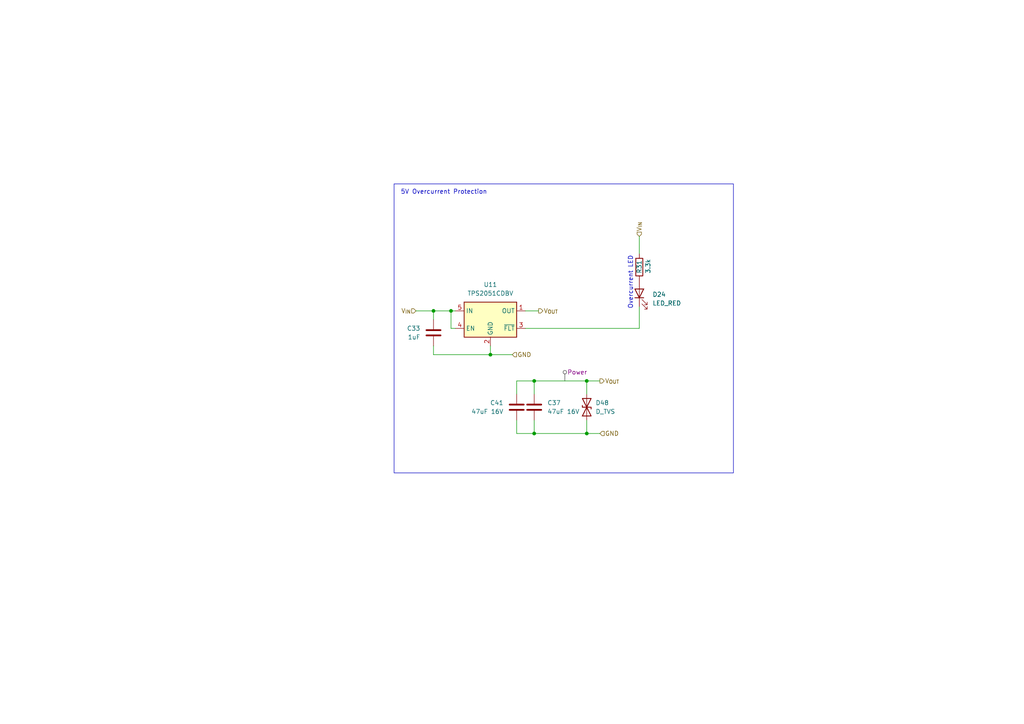
<source format=kicad_sch>
(kicad_sch
	(version 20250114)
	(generator "eeschema")
	(generator_version "9.0")
	(uuid "07f1d3cb-aa3c-47b1-990b-7454e6d52c80")
	(paper "A4")
	(title_block
		(title "BMS Comms Master Board")
		(date "2025-05-21")
		(rev "0.1")
		(company "eChook")
	)
	(lib_symbols
		(symbol "Device:C"
			(pin_numbers
				(hide yes)
			)
			(pin_names
				(offset 0.254)
			)
			(exclude_from_sim no)
			(in_bom yes)
			(on_board yes)
			(property "Reference" "C"
				(at 0.635 2.54 0)
				(effects
					(font
						(size 1.27 1.27)
					)
					(justify left)
				)
			)
			(property "Value" "C"
				(at 0.635 -2.54 0)
				(effects
					(font
						(size 1.27 1.27)
					)
					(justify left)
				)
			)
			(property "Footprint" ""
				(at 0.9652 -3.81 0)
				(effects
					(font
						(size 1.27 1.27)
					)
					(hide yes)
				)
			)
			(property "Datasheet" "~"
				(at 0 0 0)
				(effects
					(font
						(size 1.27 1.27)
					)
					(hide yes)
				)
			)
			(property "Description" "Unpolarized capacitor"
				(at 0 0 0)
				(effects
					(font
						(size 1.27 1.27)
					)
					(hide yes)
				)
			)
			(property "ki_keywords" "cap capacitor"
				(at 0 0 0)
				(effects
					(font
						(size 1.27 1.27)
					)
					(hide yes)
				)
			)
			(property "ki_fp_filters" "C_*"
				(at 0 0 0)
				(effects
					(font
						(size 1.27 1.27)
					)
					(hide yes)
				)
			)
			(symbol "C_0_1"
				(polyline
					(pts
						(xy -2.032 0.762) (xy 2.032 0.762)
					)
					(stroke
						(width 0.508)
						(type default)
					)
					(fill
						(type none)
					)
				)
				(polyline
					(pts
						(xy -2.032 -0.762) (xy 2.032 -0.762)
					)
					(stroke
						(width 0.508)
						(type default)
					)
					(fill
						(type none)
					)
				)
			)
			(symbol "C_1_1"
				(pin passive line
					(at 0 3.81 270)
					(length 2.794)
					(name "~"
						(effects
							(font
								(size 1.27 1.27)
							)
						)
					)
					(number "1"
						(effects
							(font
								(size 1.27 1.27)
							)
						)
					)
				)
				(pin passive line
					(at 0 -3.81 90)
					(length 2.794)
					(name "~"
						(effects
							(font
								(size 1.27 1.27)
							)
						)
					)
					(number "2"
						(effects
							(font
								(size 1.27 1.27)
							)
						)
					)
				)
			)
			(embedded_fonts no)
		)
		(symbol "Device:D_TVS"
			(pin_numbers
				(hide yes)
			)
			(pin_names
				(offset 1.016)
				(hide yes)
			)
			(exclude_from_sim no)
			(in_bom yes)
			(on_board yes)
			(property "Reference" "D"
				(at 0 2.54 0)
				(effects
					(font
						(size 1.27 1.27)
					)
				)
			)
			(property "Value" "D_TVS"
				(at 0 -2.54 0)
				(effects
					(font
						(size 1.27 1.27)
					)
				)
			)
			(property "Footprint" ""
				(at 0 0 0)
				(effects
					(font
						(size 1.27 1.27)
					)
					(hide yes)
				)
			)
			(property "Datasheet" "~"
				(at 0 0 0)
				(effects
					(font
						(size 1.27 1.27)
					)
					(hide yes)
				)
			)
			(property "Description" "Bidirectional transient-voltage-suppression diode"
				(at 0 0 0)
				(effects
					(font
						(size 1.27 1.27)
					)
					(hide yes)
				)
			)
			(property "ki_keywords" "diode TVS thyrector"
				(at 0 0 0)
				(effects
					(font
						(size 1.27 1.27)
					)
					(hide yes)
				)
			)
			(property "ki_fp_filters" "TO-???* *_Diode_* *SingleDiode* D_*"
				(at 0 0 0)
				(effects
					(font
						(size 1.27 1.27)
					)
					(hide yes)
				)
			)
			(symbol "D_TVS_0_1"
				(polyline
					(pts
						(xy -2.54 1.27) (xy -2.54 -1.27) (xy 2.54 1.27) (xy 2.54 -1.27) (xy -2.54 1.27)
					)
					(stroke
						(width 0.254)
						(type default)
					)
					(fill
						(type none)
					)
				)
				(polyline
					(pts
						(xy 0.508 1.27) (xy 0 1.27) (xy 0 -1.27) (xy -0.508 -1.27)
					)
					(stroke
						(width 0.254)
						(type default)
					)
					(fill
						(type none)
					)
				)
				(polyline
					(pts
						(xy 1.27 0) (xy -1.27 0)
					)
					(stroke
						(width 0)
						(type default)
					)
					(fill
						(type none)
					)
				)
			)
			(symbol "D_TVS_1_1"
				(pin passive line
					(at -3.81 0 0)
					(length 2.54)
					(name "A1"
						(effects
							(font
								(size 1.27 1.27)
							)
						)
					)
					(number "1"
						(effects
							(font
								(size 1.27 1.27)
							)
						)
					)
				)
				(pin passive line
					(at 3.81 0 180)
					(length 2.54)
					(name "A2"
						(effects
							(font
								(size 1.27 1.27)
							)
						)
					)
					(number "2"
						(effects
							(font
								(size 1.27 1.27)
							)
						)
					)
				)
			)
			(embedded_fonts no)
		)
		(symbol "Device:LED"
			(pin_numbers
				(hide yes)
			)
			(pin_names
				(offset 1.016)
				(hide yes)
			)
			(exclude_from_sim no)
			(in_bom yes)
			(on_board yes)
			(property "Reference" "D"
				(at 0 2.54 0)
				(effects
					(font
						(size 1.27 1.27)
					)
				)
			)
			(property "Value" "LED"
				(at 0 -2.54 0)
				(effects
					(font
						(size 1.27 1.27)
					)
				)
			)
			(property "Footprint" ""
				(at 0 0 0)
				(effects
					(font
						(size 1.27 1.27)
					)
					(hide yes)
				)
			)
			(property "Datasheet" "~"
				(at 0 0 0)
				(effects
					(font
						(size 1.27 1.27)
					)
					(hide yes)
				)
			)
			(property "Description" "Light emitting diode"
				(at 0 0 0)
				(effects
					(font
						(size 1.27 1.27)
					)
					(hide yes)
				)
			)
			(property "ki_keywords" "LED diode"
				(at 0 0 0)
				(effects
					(font
						(size 1.27 1.27)
					)
					(hide yes)
				)
			)
			(property "ki_fp_filters" "LED* LED_SMD:* LED_THT:*"
				(at 0 0 0)
				(effects
					(font
						(size 1.27 1.27)
					)
					(hide yes)
				)
			)
			(symbol "LED_0_1"
				(polyline
					(pts
						(xy -3.048 -0.762) (xy -4.572 -2.286) (xy -3.81 -2.286) (xy -4.572 -2.286) (xy -4.572 -1.524)
					)
					(stroke
						(width 0)
						(type default)
					)
					(fill
						(type none)
					)
				)
				(polyline
					(pts
						(xy -1.778 -0.762) (xy -3.302 -2.286) (xy -2.54 -2.286) (xy -3.302 -2.286) (xy -3.302 -1.524)
					)
					(stroke
						(width 0)
						(type default)
					)
					(fill
						(type none)
					)
				)
				(polyline
					(pts
						(xy -1.27 0) (xy 1.27 0)
					)
					(stroke
						(width 0)
						(type default)
					)
					(fill
						(type none)
					)
				)
				(polyline
					(pts
						(xy -1.27 -1.27) (xy -1.27 1.27)
					)
					(stroke
						(width 0.254)
						(type default)
					)
					(fill
						(type none)
					)
				)
				(polyline
					(pts
						(xy 1.27 -1.27) (xy 1.27 1.27) (xy -1.27 0) (xy 1.27 -1.27)
					)
					(stroke
						(width 0.254)
						(type default)
					)
					(fill
						(type none)
					)
				)
			)
			(symbol "LED_1_1"
				(pin passive line
					(at -3.81 0 0)
					(length 2.54)
					(name "K"
						(effects
							(font
								(size 1.27 1.27)
							)
						)
					)
					(number "1"
						(effects
							(font
								(size 1.27 1.27)
							)
						)
					)
				)
				(pin passive line
					(at 3.81 0 180)
					(length 2.54)
					(name "A"
						(effects
							(font
								(size 1.27 1.27)
							)
						)
					)
					(number "2"
						(effects
							(font
								(size 1.27 1.27)
							)
						)
					)
				)
			)
			(embedded_fonts no)
		)
		(symbol "Device:R"
			(pin_numbers
				(hide yes)
			)
			(pin_names
				(offset 0)
			)
			(exclude_from_sim no)
			(in_bom yes)
			(on_board yes)
			(property "Reference" "R"
				(at 2.032 0 90)
				(effects
					(font
						(size 1.27 1.27)
					)
				)
			)
			(property "Value" "R"
				(at 0 0 90)
				(effects
					(font
						(size 1.27 1.27)
					)
				)
			)
			(property "Footprint" ""
				(at -1.778 0 90)
				(effects
					(font
						(size 1.27 1.27)
					)
					(hide yes)
				)
			)
			(property "Datasheet" "~"
				(at 0 0 0)
				(effects
					(font
						(size 1.27 1.27)
					)
					(hide yes)
				)
			)
			(property "Description" "Resistor"
				(at 0 0 0)
				(effects
					(font
						(size 1.27 1.27)
					)
					(hide yes)
				)
			)
			(property "ki_keywords" "R res resistor"
				(at 0 0 0)
				(effects
					(font
						(size 1.27 1.27)
					)
					(hide yes)
				)
			)
			(property "ki_fp_filters" "R_*"
				(at 0 0 0)
				(effects
					(font
						(size 1.27 1.27)
					)
					(hide yes)
				)
			)
			(symbol "R_0_1"
				(rectangle
					(start -1.016 -2.54)
					(end 1.016 2.54)
					(stroke
						(width 0.254)
						(type default)
					)
					(fill
						(type none)
					)
				)
			)
			(symbol "R_1_1"
				(pin passive line
					(at 0 3.81 270)
					(length 1.27)
					(name "~"
						(effects
							(font
								(size 1.27 1.27)
							)
						)
					)
					(number "1"
						(effects
							(font
								(size 1.27 1.27)
							)
						)
					)
				)
				(pin passive line
					(at 0 -3.81 90)
					(length 1.27)
					(name "~"
						(effects
							(font
								(size 1.27 1.27)
							)
						)
					)
					(number "2"
						(effects
							(font
								(size 1.27 1.27)
							)
						)
					)
				)
			)
			(embedded_fonts no)
		)
		(symbol "Power_Management:TPS2051CDBV"
			(exclude_from_sim no)
			(in_bom yes)
			(on_board yes)
			(property "Reference" "U"
				(at -7.62 -6.35 0)
				(effects
					(font
						(size 1.27 1.27)
					)
					(justify left)
				)
			)
			(property "Value" "TPS2051CDBV"
				(at -7.62 6.35 0)
				(effects
					(font
						(size 1.27 1.27)
					)
					(justify left)
				)
			)
			(property "Footprint" "Package_TO_SOT_SMD:SOT-23-5"
				(at 1.27 -7.62 0)
				(effects
					(font
						(size 1.27 1.27)
					)
					(justify left)
					(hide yes)
				)
			)
			(property "Datasheet" "https://www.ti.com/lit/ds/symlink/tps2051c.pdf"
				(at 1.27 -10.16 0)
				(effects
					(font
						(size 1.27 1.27)
					)
					(justify left)
					(hide yes)
				)
			)
			(property "Description" "0.5A Current limited power switch, single channel, output discharge, reverse blocking, SOT-23-5"
				(at 0 0 0)
				(effects
					(font
						(size 1.27 1.27)
					)
					(hide yes)
				)
			)
			(property "ki_keywords" "Limit USB Active High"
				(at 0 0 0)
				(effects
					(font
						(size 1.27 1.27)
					)
					(hide yes)
				)
			)
			(property "ki_fp_filters" "SOT?23*"
				(at 0 0 0)
				(effects
					(font
						(size 1.27 1.27)
					)
					(hide yes)
				)
			)
			(symbol "TPS2051CDBV_0_1"
				(rectangle
					(start -7.62 5.08)
					(end 7.62 -5.08)
					(stroke
						(width 0.254)
						(type default)
					)
					(fill
						(type background)
					)
				)
			)
			(symbol "TPS2051CDBV_1_1"
				(pin power_in line
					(at -10.16 2.54 0)
					(length 2.54)
					(name "IN"
						(effects
							(font
								(size 1.27 1.27)
							)
						)
					)
					(number "5"
						(effects
							(font
								(size 1.27 1.27)
							)
						)
					)
				)
				(pin input line
					(at -10.16 -2.54 0)
					(length 2.54)
					(name "EN"
						(effects
							(font
								(size 1.27 1.27)
							)
						)
					)
					(number "4"
						(effects
							(font
								(size 1.27 1.27)
							)
						)
					)
				)
				(pin power_in line
					(at 0 -7.62 90)
					(length 2.54)
					(name "GND"
						(effects
							(font
								(size 1.27 1.27)
							)
						)
					)
					(number "2"
						(effects
							(font
								(size 1.27 1.27)
							)
						)
					)
				)
				(pin power_out line
					(at 10.16 2.54 180)
					(length 2.54)
					(name "OUT"
						(effects
							(font
								(size 1.27 1.27)
							)
						)
					)
					(number "1"
						(effects
							(font
								(size 1.27 1.27)
							)
						)
					)
				)
				(pin open_collector line
					(at 10.16 -2.54 180)
					(length 2.54)
					(name "~{FLT}"
						(effects
							(font
								(size 1.27 1.27)
							)
						)
					)
					(number "3"
						(effects
							(font
								(size 1.27 1.27)
							)
						)
					)
				)
			)
			(embedded_fonts no)
		)
	)
	(rectangle
		(start 114.3 53.34)
		(end 212.725 137.16)
		(stroke
			(width 0)
			(type default)
		)
		(fill
			(type none)
		)
		(uuid 247b3df1-0efd-4b0c-906d-efda9bbe47d1)
	)
	(text "Overcurrent LED"
		(exclude_from_sim no)
		(at 183.642 74.168 90)
		(effects
			(font
				(size 1.27 1.27)
			)
			(justify right bottom)
		)
		(uuid "45e06a3e-d4e1-4bca-bd99-9067657b0e6d")
	)
	(text "5V Overcurrent Protection"
		(exclude_from_sim no)
		(at 116.205 56.515 0)
		(effects
			(font
				(size 1.27 1.27)
			)
			(justify left bottom)
		)
		(uuid "668ad9a4-e117-4702-b8fa-5a1287aa2441")
	)
	(junction
		(at 170.18 125.73)
		(diameter 0)
		(color 0 0 0 0)
		(uuid "591a9065-1cd6-483c-8089-373931c1af55")
	)
	(junction
		(at 154.94 125.73)
		(diameter 0)
		(color 0 0 0 0)
		(uuid "8f0bac72-bfa5-4428-a600-965c0f7f2480")
	)
	(junction
		(at 170.18 110.49)
		(diameter 0)
		(color 0 0 0 0)
		(uuid "e4a7c66e-240d-4664-a9a1-47f2a531c3e6")
	)
	(junction
		(at 125.73 90.17)
		(diameter 0)
		(color 0 0 0 0)
		(uuid "e6573897-2664-4ef1-900f-fcdc9c239c80")
	)
	(junction
		(at 130.81 90.17)
		(diameter 0)
		(color 0 0 0 0)
		(uuid "fb81778d-68f4-4901-a14f-d27ad6065ec8")
	)
	(junction
		(at 142.24 102.87)
		(diameter 0)
		(color 0 0 0 0)
		(uuid "fe0f615a-961d-42c9-95df-b0f75f6a9cbc")
	)
	(junction
		(at 154.94 110.49)
		(diameter 0)
		(color 0 0 0 0)
		(uuid "fe6ea1a5-de8a-4a75-a0c0-7b4a239a68cb")
	)
	(wire
		(pts
			(xy 120.65 90.17) (xy 125.73 90.17)
		)
		(stroke
			(width 0)
			(type default)
		)
		(uuid "073f1954-08b9-4cec-8cc0-15a20b4c3868")
	)
	(wire
		(pts
			(xy 149.86 121.92) (xy 149.86 125.73)
		)
		(stroke
			(width 0)
			(type default)
		)
		(uuid "0ff5748f-b2be-4321-b32a-5d8a8b4040f9")
	)
	(wire
		(pts
			(xy 125.73 102.87) (xy 142.24 102.87)
		)
		(stroke
			(width 0)
			(type default)
		)
		(uuid "153c27bf-e04d-4a9c-aa0a-818e75ba18f5")
	)
	(wire
		(pts
			(xy 142.24 100.33) (xy 142.24 102.87)
		)
		(stroke
			(width 0)
			(type default)
		)
		(uuid "1b1e1dea-afff-4743-bad6-9c52f176fd7a")
	)
	(wire
		(pts
			(xy 125.73 90.17) (xy 130.81 90.17)
		)
		(stroke
			(width 0)
			(type default)
		)
		(uuid "1ea1c607-0ddf-4f56-9e27-f4ca32de3909")
	)
	(wire
		(pts
			(xy 170.18 125.73) (xy 170.18 121.92)
		)
		(stroke
			(width 0)
			(type default)
		)
		(uuid "2d00ebe4-d205-413e-89d9-e3d5ae822769")
	)
	(wire
		(pts
			(xy 185.42 68.58) (xy 185.42 73.66)
		)
		(stroke
			(width 0)
			(type default)
		)
		(uuid "39dade71-a0fd-471d-976b-5f9d035b082a")
	)
	(wire
		(pts
			(xy 130.81 95.25) (xy 132.08 95.25)
		)
		(stroke
			(width 0)
			(type default)
		)
		(uuid "3bb580c7-80c8-435f-9ca4-c7b60b7099c4")
	)
	(wire
		(pts
			(xy 173.99 125.73) (xy 170.18 125.73)
		)
		(stroke
			(width 0)
			(type default)
		)
		(uuid "40661f39-4f1a-4d90-8cf9-9277bdad907e")
	)
	(wire
		(pts
			(xy 125.73 90.17) (xy 125.73 92.71)
		)
		(stroke
			(width 0)
			(type default)
		)
		(uuid "45aa57cc-2414-4a57-a55b-7fb84cfaad32")
	)
	(wire
		(pts
			(xy 173.99 110.49) (xy 170.18 110.49)
		)
		(stroke
			(width 0)
			(type default)
		)
		(uuid "51dfc06c-5946-4453-8189-0e85ef7675a6")
	)
	(wire
		(pts
			(xy 154.94 110.49) (xy 170.18 110.49)
		)
		(stroke
			(width 0)
			(type default)
		)
		(uuid "63b981af-121b-4ee9-a1d8-8d5ece60a0c7")
	)
	(wire
		(pts
			(xy 142.24 102.87) (xy 148.59 102.87)
		)
		(stroke
			(width 0)
			(type default)
		)
		(uuid "64bdc56c-fb26-4afd-a05c-4434b3ac4df2")
	)
	(wire
		(pts
			(xy 149.86 114.3) (xy 149.86 110.49)
		)
		(stroke
			(width 0)
			(type default)
		)
		(uuid "8803a43e-a281-4246-b820-03640d1bb21f")
	)
	(wire
		(pts
			(xy 152.4 90.17) (xy 156.21 90.17)
		)
		(stroke
			(width 0)
			(type default)
		)
		(uuid "91a4f1a5-e520-4b95-ac1d-986b0c89b5c2")
	)
	(wire
		(pts
			(xy 170.18 110.49) (xy 170.18 114.3)
		)
		(stroke
			(width 0)
			(type default)
		)
		(uuid "a86d137d-bf26-4e26-89fd-ca598b820d3e")
	)
	(wire
		(pts
			(xy 132.08 90.17) (xy 130.81 90.17)
		)
		(stroke
			(width 0)
			(type default)
		)
		(uuid "aab1cc1f-2ea0-4fa1-a32b-ed2c558908dc")
	)
	(wire
		(pts
			(xy 152.4 95.25) (xy 185.42 95.25)
		)
		(stroke
			(width 0)
			(type default)
		)
		(uuid "aec75c68-ce25-4468-a8c5-759779579dd8")
	)
	(wire
		(pts
			(xy 149.86 110.49) (xy 154.94 110.49)
		)
		(stroke
			(width 0)
			(type default)
		)
		(uuid "b7d1201b-aaef-47e7-b8d9-6de887e2cfbf")
	)
	(wire
		(pts
			(xy 185.42 88.9) (xy 185.42 95.25)
		)
		(stroke
			(width 0)
			(type default)
		)
		(uuid "ba81e22b-c6ad-4bf3-8868-8a95ef4457e9")
	)
	(wire
		(pts
			(xy 154.94 121.92) (xy 154.94 125.73)
		)
		(stroke
			(width 0)
			(type default)
		)
		(uuid "cb5fee61-952b-49df-9cf3-309bd6f4b7d6")
	)
	(wire
		(pts
			(xy 130.81 95.25) (xy 130.81 90.17)
		)
		(stroke
			(width 0)
			(type default)
		)
		(uuid "d0d000f0-e768-4ff4-9c54-25b4631bed69")
	)
	(wire
		(pts
			(xy 125.73 100.33) (xy 125.73 102.87)
		)
		(stroke
			(width 0)
			(type default)
		)
		(uuid "d18fad0d-febb-49f8-b66c-849d569a9b11")
	)
	(wire
		(pts
			(xy 154.94 125.73) (xy 170.18 125.73)
		)
		(stroke
			(width 0)
			(type default)
		)
		(uuid "de16790a-48b3-4b73-b4e4-fe0cf707eb26")
	)
	(wire
		(pts
			(xy 154.94 110.49) (xy 154.94 114.3)
		)
		(stroke
			(width 0)
			(type default)
		)
		(uuid "e8926a74-b89e-4e1e-867e-ee5ac45edda8")
	)
	(wire
		(pts
			(xy 149.86 125.73) (xy 154.94 125.73)
		)
		(stroke
			(width 0)
			(type default)
		)
		(uuid "ef3542fc-12fb-4adf-a652-75c77d1f1021")
	)
	(hierarchical_label "V_{IN}"
		(shape input)
		(at 120.65 90.17 180)
		(effects
			(font
				(size 1.27 1.27)
			)
			(justify right)
		)
		(uuid "5c364de1-aa79-4799-bd1c-38e0076423d5")
	)
	(hierarchical_label "V_{OUT}"
		(shape output)
		(at 156.21 90.17 0)
		(effects
			(font
				(size 1.27 1.27)
			)
			(justify left)
		)
		(uuid "60521ce0-b400-48d7-b3d2-cb5951ac14e1")
	)
	(hierarchical_label "GND"
		(shape input)
		(at 148.59 102.87 0)
		(effects
			(font
				(size 1.27 1.27)
			)
			(justify left)
		)
		(uuid "af76adf2-b437-4b15-b0cf-61fa4e988a34")
	)
	(hierarchical_label "GND"
		(shape input)
		(at 173.99 125.73 0)
		(effects
			(font
				(size 1.27 1.27)
			)
			(justify left)
		)
		(uuid "d466e369-7ee9-4de5-b8c3-22a11fd7b3c3")
	)
	(hierarchical_label "V_{OUT}"
		(shape output)
		(at 173.99 110.49 0)
		(effects
			(font
				(size 1.27 1.27)
			)
			(justify left)
		)
		(uuid "de81069e-c9e7-4a29-b3b4-b8f0bc100aef")
	)
	(hierarchical_label "V_{IN}"
		(shape input)
		(at 185.42 68.58 90)
		(effects
			(font
				(size 1.27 1.27)
			)
			(justify left)
		)
		(uuid "e9d9d046-1f6d-44cd-a126-16d4b0c09555")
	)
	(netclass_flag ""
		(length 2.54)
		(shape round)
		(at 163.83 110.49 0)
		(fields_autoplaced yes)
		(effects
			(font
				(size 1.27 1.27)
			)
			(justify left bottom)
		)
		(uuid "6a6251ff-9c0a-4f47-85d9-e2206eedef28")
		(property "Netclass" "Power"
			(at 164.5285 107.95 0)
			(effects
				(font
					(size 1.27 1.27)
				)
				(justify left)
			)
		)
		(property "Component Class" ""
			(at -95.25 33.02 0)
			(effects
				(font
					(size 1.27 1.27)
					(italic yes)
				)
			)
		)
	)
	(symbol
		(lib_id "Power_Management:TPS2051CDBV")
		(at 142.24 92.71 0)
		(unit 1)
		(exclude_from_sim no)
		(in_bom yes)
		(on_board yes)
		(dnp no)
		(fields_autoplaced yes)
		(uuid "10bb4638-d6fe-4a13-aeac-6838cc82123d")
		(property "Reference" "U11"
			(at 142.24 82.55 0)
			(effects
				(font
					(size 1.27 1.27)
				)
			)
		)
		(property "Value" "TPS2051CDBV"
			(at 142.24 85.09 0)
			(effects
				(font
					(size 1.27 1.27)
				)
			)
		)
		(property "Footprint" "Package_TO_SOT_SMD:SOT-23-5"
			(at 143.51 100.33 0)
			(effects
				(font
					(size 1.27 1.27)
				)
				(justify left)
				(hide yes)
			)
		)
		(property "Datasheet" "https://www.ti.com/lit/ds/symlink/tps2051c.pdf"
			(at 143.51 102.87 0)
			(effects
				(font
					(size 1.27 1.27)
				)
				(justify left)
				(hide yes)
			)
		)
		(property "Description" "0.5A Current limited power switch, single channel, output discharge, reverse blocking, SOT-23-5"
			(at 142.24 92.71 0)
			(effects
				(font
					(size 1.27 1.27)
				)
				(hide yes)
			)
		)
		(property "LCSC" "C129581"
			(at 142.24 92.71 0)
			(effects
				(font
					(size 1.27 1.27)
				)
				(hide yes)
			)
		)
		(pin "3"
			(uuid "29a24535-564a-4193-8605-85369d225f74")
		)
		(pin "5"
			(uuid "f07f092d-6ade-4421-b7e7-4597314e60c5")
		)
		(pin "1"
			(uuid "6eacc756-4999-44b2-adba-1450de31be0b")
		)
		(pin "2"
			(uuid "d2117b67-65e5-4fe2-9ae3-cc2854237c68")
		)
		(pin "4"
			(uuid "542a6ed9-2c92-4921-9e4c-205d38fbf594")
		)
		(instances
			(project "BMS"
				(path "/d7e219ab-f530-45f5-8a23-0e6b6d2e3e0f/29683fdb-af89-4404-82da-8f039745472d"
					(reference "U11")
					(unit 1)
				)
				(path "/d7e219ab-f530-45f5-8a23-0e6b6d2e3e0f/c3056ab1-5cdf-4364-9ad2-3f439474eb1e"
					(reference "U12")
					(unit 1)
				)
				(path "/d7e219ab-f530-45f5-8a23-0e6b6d2e3e0f/edb12572-d726-408e-abc9-877ec2f4dc08"
					(reference "U7")
					(unit 1)
				)
				(path "/d7e219ab-f530-45f5-8a23-0e6b6d2e3e0f/f3360caf-e324-45d1-b704-f30b29e9918c"
					(reference "U13")
					(unit 1)
				)
			)
		)
	)
	(symbol
		(lib_id "Device:R")
		(at 185.42 77.47 180)
		(unit 1)
		(exclude_from_sim no)
		(in_bom yes)
		(on_board yes)
		(dnp no)
		(uuid "47d88fc7-c6ea-4bf7-8df7-905eb428d9bb")
		(property "Reference" "R31"
			(at 185.42 79.375 90)
			(effects
				(font
					(size 1.27 1.27)
				)
				(justify right)
			)
		)
		(property "Value" "3.3k"
			(at 187.96 79.375 90)
			(effects
				(font
					(size 1.27 1.27)
				)
				(justify right)
			)
		)
		(property "Footprint" "Resistor_SMD:R_0603_1608Metric"
			(at 187.198 77.47 90)
			(effects
				(font
					(size 1.27 1.27)
				)
				(hide yes)
			)
		)
		(property "Datasheet" "~"
			(at 185.42 77.47 0)
			(effects
				(font
					(size 1.27 1.27)
				)
				(hide yes)
			)
		)
		(property "Description" ""
			(at 185.42 77.47 0)
			(effects
				(font
					(size 1.27 1.27)
				)
				(hide yes)
			)
		)
		(property "LCSC" ""
			(at 185.42 77.47 0)
			(effects
				(font
					(size 1.27 1.27)
				)
				(hide yes)
			)
		)
		(property "Manufacturer" ""
			(at 185.42 77.47 0)
			(effects
				(font
					(size 1.27 1.27)
				)
				(hide yes)
			)
		)
		(property "MPN" ""
			(at 185.42 77.47 0)
			(effects
				(font
					(size 1.27 1.27)
				)
				(hide yes)
			)
		)
		(pin "1"
			(uuid "97389c96-11d4-4db1-a63e-51cc07407527")
		)
		(pin "2"
			(uuid "fe142b67-bfd8-49df-a9be-365ef3d26095")
		)
		(instances
			(project "BMS"
				(path "/d7e219ab-f530-45f5-8a23-0e6b6d2e3e0f/29683fdb-af89-4404-82da-8f039745472d"
					(reference "R31")
					(unit 1)
				)
				(path "/d7e219ab-f530-45f5-8a23-0e6b6d2e3e0f/c3056ab1-5cdf-4364-9ad2-3f439474eb1e"
					(reference "R32")
					(unit 1)
				)
				(path "/d7e219ab-f530-45f5-8a23-0e6b6d2e3e0f/edb12572-d726-408e-abc9-877ec2f4dc08"
					(reference "R30")
					(unit 1)
				)
				(path "/d7e219ab-f530-45f5-8a23-0e6b6d2e3e0f/f3360caf-e324-45d1-b704-f30b29e9918c"
					(reference "R33")
					(unit 1)
				)
			)
		)
	)
	(symbol
		(lib_id "Device:D_TVS")
		(at 170.18 118.11 90)
		(unit 1)
		(exclude_from_sim no)
		(in_bom yes)
		(on_board yes)
		(dnp no)
		(fields_autoplaced yes)
		(uuid "7c4ed683-b581-4a97-8f9d-cdc75e3b7bdd")
		(property "Reference" "D48"
			(at 172.72 116.8399 90)
			(effects
				(font
					(size 1.27 1.27)
				)
				(justify right)
			)
		)
		(property "Value" "D_TVS"
			(at 172.72 119.3799 90)
			(effects
				(font
					(size 1.27 1.27)
				)
				(justify right)
			)
		)
		(property "Footprint" "Diode_SMD:D_SOD-523"
			(at 170.18 118.11 0)
			(effects
				(font
					(size 1.27 1.27)
				)
				(hide yes)
			)
		)
		(property "Datasheet" "https://lcsc.com/datasheet/lcsc_datasheet_2410122007_Nexperia-PESD5V0V1BB-115_C477993.pdf"
			(at 170.18 118.11 0)
			(effects
				(font
					(size 1.27 1.27)
				)
				(hide yes)
			)
		)
		(property "Description" "Bidirectional TVS Diode, Nexperia PESD5V0V1BB,115"
			(at 170.18 118.11 0)
			(effects
				(font
					(size 1.27 1.27)
				)
				(hide yes)
			)
		)
		(property "LCSC" "C477993"
			(at 170.18 118.11 90)
			(effects
				(font
					(size 1.27 1.27)
				)
				(hide yes)
			)
		)
		(property "Manufacturer" "Nexperia"
			(at 170.18 118.11 90)
			(effects
				(font
					(size 1.27 1.27)
				)
				(hide yes)
			)
		)
		(pin "1"
			(uuid "5f37cb74-4573-41f5-91a4-41ebd7e5d1fd")
		)
		(pin "2"
			(uuid "818f735f-37b9-4e52-b461-ad2763e01843")
		)
		(instances
			(project ""
				(path "/d7e219ab-f530-45f5-8a23-0e6b6d2e3e0f/29683fdb-af89-4404-82da-8f039745472d"
					(reference "D48")
					(unit 1)
				)
				(path "/d7e219ab-f530-45f5-8a23-0e6b6d2e3e0f/c3056ab1-5cdf-4364-9ad2-3f439474eb1e"
					(reference "D50")
					(unit 1)
				)
				(path "/d7e219ab-f530-45f5-8a23-0e6b6d2e3e0f/edb12572-d726-408e-abc9-877ec2f4dc08"
					(reference "D49")
					(unit 1)
				)
				(path "/d7e219ab-f530-45f5-8a23-0e6b6d2e3e0f/f3360caf-e324-45d1-b704-f30b29e9918c"
					(reference "D51")
					(unit 1)
				)
			)
		)
	)
	(symbol
		(lib_id "Device:C")
		(at 154.94 118.11 0)
		(unit 1)
		(exclude_from_sim no)
		(in_bom yes)
		(on_board yes)
		(dnp no)
		(fields_autoplaced yes)
		(uuid "8f106fa2-e60a-4400-b597-bb43df7aae26")
		(property "Reference" "C37"
			(at 158.75 116.8399 0)
			(effects
				(font
					(size 1.27 1.27)
				)
				(justify left)
			)
		)
		(property "Value" "47uF 16V"
			(at 158.75 119.3799 0)
			(effects
				(font
					(size 1.27 1.27)
				)
				(justify left)
			)
		)
		(property "Footprint" "Capacitor_SMD:C_1210_3225Metric"
			(at 155.9052 121.92 0)
			(effects
				(font
					(size 1.27 1.27)
				)
				(hide yes)
			)
		)
		(property "Datasheet" "~"
			(at 154.94 118.11 0)
			(effects
				(font
					(size 1.27 1.27)
				)
				(hide yes)
			)
		)
		(property "Description" "16V 47uF X7R ±10% 1210 Multilayer Ceramic Capacitor"
			(at 154.94 118.11 0)
			(effects
				(font
					(size 1.27 1.27)
				)
				(hide yes)
			)
		)
		(property "LCSC" "C5440143"
			(at 154.94 118.11 0)
			(effects
				(font
					(size 1.27 1.27)
				)
				(hide yes)
			)
		)
		(pin "1"
			(uuid "39819a8b-ccbd-492f-95ce-038ee0848a85")
		)
		(pin "2"
			(uuid "01e86797-8aa6-4a55-82f6-c8c0793c0869")
		)
		(instances
			(project ""
				(path "/d7e219ab-f530-45f5-8a23-0e6b6d2e3e0f/29683fdb-af89-4404-82da-8f039745472d"
					(reference "C37")
					(unit 1)
				)
				(path "/d7e219ab-f530-45f5-8a23-0e6b6d2e3e0f/c3056ab1-5cdf-4364-9ad2-3f439474eb1e"
					(reference "C39")
					(unit 1)
				)
				(path "/d7e219ab-f530-45f5-8a23-0e6b6d2e3e0f/edb12572-d726-408e-abc9-877ec2f4dc08"
					(reference "C38")
					(unit 1)
				)
				(path "/d7e219ab-f530-45f5-8a23-0e6b6d2e3e0f/f3360caf-e324-45d1-b704-f30b29e9918c"
					(reference "C40")
					(unit 1)
				)
			)
		)
	)
	(symbol
		(lib_id "Device:C")
		(at 149.86 118.11 0)
		(mirror y)
		(unit 1)
		(exclude_from_sim no)
		(in_bom yes)
		(on_board yes)
		(dnp no)
		(uuid "c090358a-f117-44fd-b810-a5e5e9bcd60d")
		(property "Reference" "C41"
			(at 146.05 116.8399 0)
			(effects
				(font
					(size 1.27 1.27)
				)
				(justify left)
			)
		)
		(property "Value" "47uF 16V"
			(at 146.05 119.3799 0)
			(effects
				(font
					(size 1.27 1.27)
				)
				(justify left)
			)
		)
		(property "Footprint" "Capacitor_SMD:C_1210_3225Metric"
			(at 148.8948 121.92 0)
			(effects
				(font
					(size 1.27 1.27)
				)
				(hide yes)
			)
		)
		(property "Datasheet" "~"
			(at 149.86 118.11 0)
			(effects
				(font
					(size 1.27 1.27)
				)
				(hide yes)
			)
		)
		(property "Description" "16V 47uF X7R ±10% 1210 Multilayer Ceramic Capacitor"
			(at 149.86 118.11 0)
			(effects
				(font
					(size 1.27 1.27)
				)
				(hide yes)
			)
		)
		(property "LCSC" "C5440143"
			(at 149.86 118.11 0)
			(effects
				(font
					(size 1.27 1.27)
				)
				(hide yes)
			)
		)
		(pin "1"
			(uuid "1f6853aa-2247-411a-9a91-e975411036a8")
		)
		(pin "2"
			(uuid "b25d8f71-26ce-4163-9214-aaf74057a315")
		)
		(instances
			(project "BMS"
				(path "/d7e219ab-f530-45f5-8a23-0e6b6d2e3e0f/29683fdb-af89-4404-82da-8f039745472d"
					(reference "C41")
					(unit 1)
				)
				(path "/d7e219ab-f530-45f5-8a23-0e6b6d2e3e0f/c3056ab1-5cdf-4364-9ad2-3f439474eb1e"
					(reference "C43")
					(unit 1)
				)
				(path "/d7e219ab-f530-45f5-8a23-0e6b6d2e3e0f/edb12572-d726-408e-abc9-877ec2f4dc08"
					(reference "C42")
					(unit 1)
				)
				(path "/d7e219ab-f530-45f5-8a23-0e6b6d2e3e0f/f3360caf-e324-45d1-b704-f30b29e9918c"
					(reference "C44")
					(unit 1)
				)
			)
		)
	)
	(symbol
		(lib_id "Device:C")
		(at 125.73 96.52 0)
		(mirror y)
		(unit 1)
		(exclude_from_sim no)
		(in_bom yes)
		(on_board yes)
		(dnp no)
		(uuid "f57ff344-2cc4-4bf0-bc77-6095a6d1d89c")
		(property "Reference" "C33"
			(at 121.92 95.2499 0)
			(effects
				(font
					(size 1.27 1.27)
				)
				(justify left)
			)
		)
		(property "Value" "1uF"
			(at 121.92 97.7899 0)
			(effects
				(font
					(size 1.27 1.27)
				)
				(justify left)
			)
		)
		(property "Footprint" "Capacitor_SMD:C_0603_1608Metric"
			(at 124.7648 100.33 0)
			(effects
				(font
					(size 1.27 1.27)
				)
				(hide yes)
			)
		)
		(property "Datasheet" "~"
			(at 125.73 96.52 0)
			(effects
				(font
					(size 1.27 1.27)
				)
				(hide yes)
			)
		)
		(property "Description" ""
			(at 125.73 96.52 0)
			(effects
				(font
					(size 1.27 1.27)
				)
				(hide yes)
			)
		)
		(property "LCSC" "C15849"
			(at 125.73 96.52 0)
			(effects
				(font
					(size 1.27 1.27)
				)
				(hide yes)
			)
		)
		(pin "1"
			(uuid "aa56e293-1afb-4d59-8f1d-1d40662dd962")
		)
		(pin "2"
			(uuid "fcc9d3f6-f436-4f41-a4a8-31806d8d95de")
		)
		(instances
			(project "BMS"
				(path "/d7e219ab-f530-45f5-8a23-0e6b6d2e3e0f/29683fdb-af89-4404-82da-8f039745472d"
					(reference "C33")
					(unit 1)
				)
				(path "/d7e219ab-f530-45f5-8a23-0e6b6d2e3e0f/c3056ab1-5cdf-4364-9ad2-3f439474eb1e"
					(reference "C35")
					(unit 1)
				)
				(path "/d7e219ab-f530-45f5-8a23-0e6b6d2e3e0f/edb12572-d726-408e-abc9-877ec2f4dc08"
					(reference "C34")
					(unit 1)
				)
				(path "/d7e219ab-f530-45f5-8a23-0e6b6d2e3e0f/f3360caf-e324-45d1-b704-f30b29e9918c"
					(reference "C36")
					(unit 1)
				)
			)
		)
	)
	(symbol
		(lib_id "Device:LED")
		(at 185.42 85.09 90)
		(unit 1)
		(exclude_from_sim no)
		(in_bom yes)
		(on_board yes)
		(dnp no)
		(fields_autoplaced yes)
		(uuid "fd83ea94-66f2-4fcc-a3fc-57d13fcedd13")
		(property "Reference" "D24"
			(at 189.23 85.4074 90)
			(effects
				(font
					(size 1.27 1.27)
				)
				(justify right)
			)
		)
		(property "Value" "LED_RED"
			(at 189.23 87.9474 90)
			(effects
				(font
					(size 1.27 1.27)
				)
				(justify right)
			)
		)
		(property "Footprint" "LED_SMD:LED_0603_1608Metric"
			(at 185.42 85.09 0)
			(effects
				(font
					(size 1.27 1.27)
				)
				(hide yes)
			)
		)
		(property "Datasheet" "~"
			(at 185.42 85.09 0)
			(effects
				(font
					(size 1.27 1.27)
				)
				(hide yes)
			)
		)
		(property "Description" ""
			(at 185.42 85.09 0)
			(effects
				(font
					(size 1.27 1.27)
				)
				(hide yes)
			)
		)
		(property "LCSC" "C2286"
			(at 185.42 85.09 90)
			(effects
				(font
					(size 1.27 1.27)
				)
				(hide yes)
			)
		)
		(pin "1"
			(uuid "68eeab5a-4fe4-4137-9bff-49dfcb646f73")
		)
		(pin "2"
			(uuid "8bf22948-8061-4e1d-aec1-3ce4cad0c50d")
		)
		(instances
			(project "BMS"
				(path "/d7e219ab-f530-45f5-8a23-0e6b6d2e3e0f/29683fdb-af89-4404-82da-8f039745472d"
					(reference "D24")
					(unit 1)
				)
				(path "/d7e219ab-f530-45f5-8a23-0e6b6d2e3e0f/c3056ab1-5cdf-4364-9ad2-3f439474eb1e"
					(reference "D25")
					(unit 1)
				)
				(path "/d7e219ab-f530-45f5-8a23-0e6b6d2e3e0f/edb12572-d726-408e-abc9-877ec2f4dc08"
					(reference "D23")
					(unit 1)
				)
				(path "/d7e219ab-f530-45f5-8a23-0e6b6d2e3e0f/f3360caf-e324-45d1-b704-f30b29e9918c"
					(reference "D26")
					(unit 1)
				)
			)
		)
	)
)

</source>
